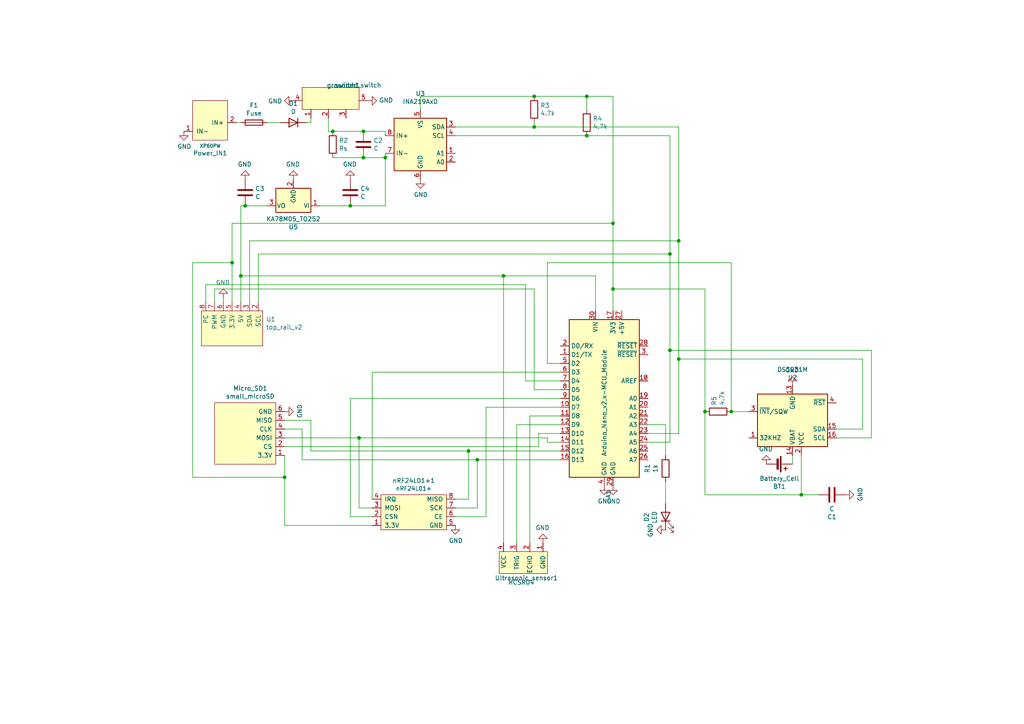
<source format=kicad_sch>
(kicad_sch (version 20231120) (generator "eeschema") (generator_version "8.0")
  (paper "A4")
  (lib_symbols
    (symbol "Device:Battery_Cell" (pin_numbers hide) (pin_names (offset 0) hide)
      (property "Reference" "BT" (at 2.54 2.54 0))
      (property "Value" "Battery_Cell" (at 2.54 0 0))
      (symbol "Battery_Cell_0_1"
        (rectangle (start -2.286 1.778) (end 2.286 1.524) (fill (type outline)))
        (rectangle (start -1.524 1.016) (end 1.524 0.508) (fill (type outline)))
        (polyline (pts (xy 0 0.762) (xy 0 0)))
        (polyline (pts (xy 0 1.778) (xy 0 2.54)))
        (polyline (pts (xy 0.762 3.048) (xy 1.778 3.048)) (stroke (width 0.254)))
        (polyline (pts (xy 1.27 3.556) (xy 1.27 2.54)) (stroke (width 0.254)))
      )
      (symbol "Battery_Cell_1_1"
        (pin passive line (at 0 5.08 270) (length 2.54) (name "+") (number "1"))
        (pin passive line (at 0 -2.54 90) (length 2.54) (name "-") (number "2"))
      )
    )
    (symbol "Device:C" (pin_numbers hide) (pin_names (offset 0.254))
      (property "Reference" "C" (at 0.635 2.54 0))
      (property "Value" "C" (at 0.635 -2.54 0))
      (symbol "C_0_1"
        (polyline (pts (xy -2.032 -0.762) (xy 2.032 -0.762)) (stroke (width 0.508)))
        (polyline (pts (xy -2.032 0.762) (xy 2.032 0.762)) (stroke (width 0.508)))
      )
      (symbol "C_1_1"
        (pin passive line (at 0 3.81 270) (length 2.794) (name "~") (number "1"))
        (pin passive line (at 0 -3.81 90) (length 2.794) (name "~") (number "2"))
      )
    )
    (symbol "Device:D" (pin_numbers hide) (pin_names (offset 1.016) hide)
      (property "Reference" "D" (at 0 2.54 0))
      (property "Value" "D" (at 0 -2.54 0))
      (symbol "D_0_1"
        (polyline (pts (xy -1.27 1.27) (xy -1.27 -1.27)) (stroke (width 0.254)))
        (polyline (pts (xy 1.27 0) (xy -1.27 0)))
        (polyline (pts (xy 1.27 1.27) (xy 1.27 -1.27) (xy -1.27 0) (xy 1.27 1.27)) (stroke (width 0.254)))
      )
      (symbol "D_1_1"
        (pin passive line (at -3.81 0 0) (length 2.54) (name "K") (number "1"))
        (pin passive line (at 3.81 0 180) (length 2.54) (name "A") (number "2"))
      )
    )
    (symbol "Device:Fuse" (pin_numbers hide) (pin_names (offset 0))
      (property "Reference" "F" (at 2.032 0 90))
      (property "Value" "Fuse" (at -1.905 0 90))
      (symbol "Fuse_0_1"
        (rectangle (start -0.762 -2.54) (end 0.762 2.54) (stroke (width 0.254)))
        (polyline (pts (xy 0 2.54) (xy 0 -2.54)))
      )
      (symbol "Fuse_1_1"
        (pin passive line (at 0 3.81 270) (length 1.27) (name "~") (number "1"))
        (pin passive line (at 0 -3.81 90) (length 1.27) (name "~") (number "2"))
      )
    )
    (symbol "Device:LED" (pin_numbers hide) (pin_names (offset 1.016) hide)
      (property "Reference" "D" (at 0 2.54 0))
      (property "Value" "LED" (at 0 -2.54 0))
      (symbol "LED_0_1"
        (polyline (pts (xy -1.27 -1.27) (xy -1.27 1.27)) (stroke (width 0.254)))
        (polyline (pts (xy -1.27 0) (xy 1.27 0)))
        (polyline (pts (xy 1.27 -1.27) (xy 1.27 1.27) (xy -1.27 0) (xy 1.27 -1.27)) (stroke (width 0.254)))
        (polyline (pts (xy -3.048 -0.762) (xy -4.572 -2.286) (xy -3.81 -2.286) (xy -4.572 -2.286) (xy -4.572 -1.524)))
        (polyline (pts (xy -1.778 -0.762) (xy -3.302 -2.286) (xy -2.54 -2.286) (xy -3.302 -2.286) (xy -3.302 -1.524)))
      )
      (symbol "LED_1_1"
        (pin passive line (at -3.81 0 0) (length 2.54) (name "K") (number "1"))
        (pin passive line (at 3.81 0 180) (length 2.54) (name "A") (number "2"))
      )
    )
    (symbol "Device:R" (pin_numbers hide) (pin_names (offset 0))
      (property "Reference" "R" (at 2.032 0 90))
      (property "Value" "R" (at 0 0 90))
      (symbol "R_0_1"
        (rectangle (start -1.016 -2.54) (end 1.016 2.54) (stroke (width 0.254)))
      )
      (symbol "R_1_1"
        (pin passive line (at 0 3.81 270) (length 1.27) (name "~") (number "1"))
        (pin passive line (at 0 -3.81 90) (length 1.27) (name "~") (number "2"))
      )
    )
    (symbol "Regulator_Linear:KA78M05_TO252" (pin_names (offset 0.254))
      (property "Reference" "U" (at -3.81 3.175 0))
      (property "Value" "KA78M05_TO252" (at 0 3.175 0))
      (symbol "KA78M05_TO252_0_1"
        (rectangle (start -5.08 1.905) (end 5.08 -5.08) (stroke (width 0.254)) (fill (type background)))
      )
      (symbol "KA78M05_TO252_1_1"
        (pin power_in line (at -7.62 0 0) (length 2.54) (name "VI") (number "1"))
        (pin power_in line (at 0 -7.62 90) (length 2.54) (name "GND") (number "2"))
        (pin power_out line (at 7.62 0 180) (length 2.54) (name "VO") (number "3"))
      )
    )
    (symbol "Timer_RTC:DS3231M"
      (property "Reference" "U" (at -7.62 8.89 0))
      (property "Value" "DS3231M" (at 10.16 8.89 0))
      (symbol "DS3231M_0_1"
        (rectangle (start -10.16 7.62) (end 10.16 -7.62) (stroke (width 0.254)) (fill (type background)))
      )
      (symbol "DS3231M_1_1"
        (pin open_collector line (at 12.7 5.08 180) (length 2.54) (name "32KHZ") (number "1"))
        (pin passive line (at 0 -10.16 90) (length 2.54) hide (name "GND") (number "10"))
        (pin passive line (at 0 -10.16 90) (length 2.54) hide (name "GND") (number "11"))
        (pin passive line (at 0 -10.16 90) (length 2.54) hide (name "GND") (number "12"))
        (pin power_in line (at 0 -10.16 90) (length 2.54) (name "GND") (number "13"))
        (pin power_in line (at 0 10.16 270) (length 2.54) (name "VBAT") (number "14"))
        (pin bidirectional line (at -12.7 2.54 0) (length 2.54) (name "SDA") (number "15"))
        (pin input line (at -12.7 5.08 0) (length 2.54) (name "SCL") (number "16"))
        (pin power_in line (at -2.54 10.16 270) (length 2.54) (name "VCC") (number "2"))
        (pin open_collector line (at 12.7 -2.54 180) (length 2.54) (name "~{INT}/SQW") (number "3"))
        (pin bidirectional line (at -12.7 -5.08 0) (length 2.54) (name "~{RST}") (number "4"))
        (pin passive line (at 0 -10.16 90) (length 2.54) hide (name "GND") (number "5"))
        (pin passive line (at 0 -10.16 90) (length 2.54) hide (name "GND") (number "6"))
        (pin passive line (at 0 -10.16 90) (length 2.54) hide (name "GND") (number "7"))
        (pin passive line (at 0 -10.16 90) (length 2.54) hide (name "GND") (number "8"))
        (pin passive line (at 0 -10.16 90) (length 2.54) hide (name "GND") (number "9"))
      )
    )
    (symbol "main_board-rescue:Arduino_Nano_v2.x-MCU_Module-whs5-rescue-ARTS-Lab"
      (property "Reference" "A" (at -10.16 23.495 0))
      (property "Value" "ARTS-Lab_Arduino_Nano_v2.x-MCU_Module-whs5-rescue" (at 5.08 -24.13 0))
      (symbol "Arduino_Nano_v2.x-MCU_Module-whs5-rescue-ARTS-Lab_0_1"
        (rectangle (start -10.16 22.86) (end 10.16 -22.86) (stroke (width 0.254)) (fill (type background)))
      )
      (symbol "Arduino_Nano_v2.x-MCU_Module-whs5-rescue-ARTS-Lab_1_1"
        (pin bidirectional line (at -12.7 12.7 0) (length 2.54) (name "D1/TX") (number "1"))
        (pin bidirectional line (at -12.7 -2.54 0) (length 2.54) (name "D7") (number "10"))
        (pin bidirectional line (at -12.7 -5.08 0) (length 2.54) (name "D8") (number "11"))
        (pin bidirectional line (at -12.7 -7.62 0) (length 2.54) (name "D9") (number "12"))
        (pin bidirectional line (at -12.7 -10.16 0) (length 2.54) (name "D10") (number "13"))
        (pin bidirectional line (at -12.7 -12.7 0) (length 2.54) (name "D11") (number "14"))
        (pin bidirectional line (at -12.7 -15.24 0) (length 2.54) (name "D12") (number "15"))
        (pin bidirectional line (at -12.7 -17.78 0) (length 2.54) (name "D13") (number "16"))
        (pin power_out line (at 2.54 25.4 270) (length 2.54) (name "3V3") (number "17"))
        (pin input line (at 12.7 5.08 180) (length 2.54) (name "AREF") (number "18"))
        (pin bidirectional line (at 12.7 0 180) (length 2.54) (name "A0") (number "19"))
        (pin bidirectional line (at -12.7 15.24 0) (length 2.54) (name "D0/RX") (number "2"))
        (pin bidirectional line (at 12.7 -2.54 180) (length 2.54) (name "A1") (number "20"))
        (pin bidirectional line (at 12.7 -5.08 180) (length 2.54) (name "A2") (number "21"))
        (pin bidirectional line (at 12.7 -7.62 180) (length 2.54) (name "A3") (number "22"))
        (pin bidirectional line (at 12.7 -10.16 180) (length 2.54) (name "A4") (number "23"))
        (pin bidirectional line (at 12.7 -12.7 180) (length 2.54) (name "A5") (number "24"))
        (pin bidirectional line (at 12.7 -15.24 180) (length 2.54) (name "A6") (number "25"))
        (pin bidirectional line (at 12.7 -17.78 180) (length 2.54) (name "A7") (number "26"))
        (pin power_out line (at 5.08 25.4 270) (length 2.54) (name "+5V") (number "27"))
        (pin input line (at 12.7 15.24 180) (length 2.54) (name "~{RESET}") (number "28"))
        (pin power_in line (at 2.54 -25.4 90) (length 2.54) (name "GND") (number "29"))
        (pin input line (at 12.7 12.7 180) (length 2.54) (name "~{RESET}") (number "3"))
        (pin power_in line (at -2.54 25.4 270) (length 2.54) (name "VIN") (number "30"))
        (pin power_in line (at 0 -25.4 90) (length 2.54) (name "GND") (number "4"))
        (pin bidirectional line (at -12.7 10.16 0) (length 2.54) (name "D2") (number "5"))
        (pin bidirectional line (at -12.7 7.62 0) (length 2.54) (name "D3") (number "6"))
        (pin bidirectional line (at -12.7 5.08 0) (length 2.54) (name "D4") (number "7"))
        (pin bidirectional line (at -12.7 2.54 0) (length 2.54) (name "D5") (number "8"))
        (pin bidirectional line (at -12.7 0 0) (length 2.54) (name "D6") (number "9"))
      )
    )
    (symbol "main_board-rescue:GND-power" (power) (pin_names (offset 0))
      (property "Value" "power_GND" (at 0 -3.81 0))
      (symbol "GND-power_0_1"
        (polyline (pts (xy 0 0) (xy 0 -1.27) (xy 1.27 -1.27) (xy 0 -2.54) (xy -1.27 -1.27) (xy 0 -1.27)))
      )
      (symbol "GND-power_1_1"
        (pin power_in line (at 0 0 270) (length 0) hide (name "GND") (number "1"))
      )
    )
    (symbol "main_board-rescue:HCSR04-whs5-rescue-whs5-rescue" (pin_names (offset 1.016))
      (property "Reference" "Ultrasonic_sensor" (at 0 2.54 0))
      (property "Value" "HCSR04-whs5-rescue-whs5-rescue" (at 0 3.81 0))
      (symbol "HCSR04-whs5-rescue-whs5-rescue_0_1"
        (rectangle (start -7.62 1.27) (end 6.35 -5.08) (fill (type background)))
      )
      (symbol "HCSR04-whs5-rescue-whs5-rescue_1_1"
        (pin passive line (at -6.35 -7.62 90) (length 2.54) (name "GND") (number "1"))
        (pin passive line (at -2.54 -7.62 90) (length 2.54) (name "ECHO") (number "2"))
        (pin passive line (at 1.27 -7.62 90) (length 2.54) (name "TRIG") (number "3"))
        (pin passive line (at 5.08 -7.62 90) (length 2.54) (name "VCC") (number "4"))
      )
    )
    (symbol "main_board-rescue:INA219AxD-Analog_ADC"
      (property "Reference" "U" (at -6.35 8.89 0))
      (property "Value" "Analog_ADC_INA219AxD" (at 5.08 8.89 0))
      (symbol "INA219AxD-Analog_ADC_0_1"
        (rectangle (start -7.62 7.62) (end 7.62 -7.62) (stroke (width 0.254)) (fill (type background)))
      )
      (symbol "INA219AxD-Analog_ADC_1_1"
        (pin input line (at 10.16 -2.54 180) (length 2.54) (name "A1") (number "1"))
        (pin input line (at 10.16 -5.08 180) (length 2.54) (name "A0") (number "2"))
        (pin bidirectional line (at 10.16 5.08 180) (length 2.54) (name "SDA") (number "3"))
        (pin input line (at 10.16 2.54 180) (length 2.54) (name "SCL") (number "4"))
        (pin power_in line (at 0 10.16 270) (length 2.54) (name "VS") (number "5"))
        (pin power_in line (at 0 -10.16 90) (length 2.54) (name "GND") (number "6"))
        (pin input line (at -10.16 -2.54 0) (length 2.54) (name "IN-") (number "7"))
        (pin input line (at -10.16 2.54 0) (length 2.54) (name "IN+") (number "8"))
      )
    )
    (symbol "main_board-rescue:XP60PW-whs5-rescue-whs5-rescue" (pin_names (offset 1.016))
      (property "Reference" "U" (at 0 2.54 0))
      (property "Value" "XP60PW-whs5-rescue-whs5-rescue" (at 0 -7.62 0))
      (symbol "XP60PW-whs5-rescue-whs5-rescue_0_1"
        (rectangle (start -5.08 0) (end 5.08 -11.43) (fill (type background)))
      )
      (symbol "XP60PW-whs5-rescue-whs5-rescue_1_1"
        (pin power_in line (at 7.62 -2.54 180) (length 2.54) (name "IN-") (number "1"))
        (pin power_in line (at -7.62 -5.08 0) (length 2.54) (name "IN+") (number "2"))
      )
    )
    (symbol "main_board-rescue:grounded_switch-whs5-rescue-whs5-rescue" (pin_names (offset 1.016))
      (property "Reference" "switch" (at 0 -2.54 0))
      (property "Value" "grounded_switch-whs5-rescue-whs5-rescue" (at 0 3.81 0))
      (symbol "grounded_switch-whs5-rescue-whs5-rescue_0_1"
        (rectangle (start -7.62 0) (end 8.89 -6.35) (fill (type background)))
      )
      (symbol "grounded_switch-whs5-rescue-whs5-rescue_1_1"
        (pin input line (at -5.08 -8.89 90) (length 2.54) (name "~") (number "1"))
        (pin input line (at 0 -8.89 90) (length 2.54) (name "~") (number "2"))
        (pin input line (at 5.08 -8.89 90) (length 2.54) (name "~") (number "3"))
        (pin input line (at -10.16 -3.81 0) (length 2.54) (name "~") (number "4"))
        (pin input line (at 11.43 -3.81 180) (length 2.54) (name "~") (number "5"))
      )
    )
    (symbol "main_board-rescue:nRF24L01+-custom-whs5-rescue-whs5-rescue" (pin_names (offset 1.016))
      (property "Reference" "U" (at 0 -12.7 0))
      (property "Value" "nRF24L01+-custom-whs5-rescue-whs5-rescue" (at 1.27 -10.16 0))
      (symbol "nRF24L01+-custom-whs5-rescue-whs5-rescue_0_1"
        (rectangle (start -3.81 0) (end 6.35 -19.05) (fill (type background)))
      )
      (symbol "nRF24L01+-custom-whs5-rescue-whs5-rescue_1_1"
        (pin input line (at -2.54 2.54 270) (length 2.54) (name "3.3V") (number "1"))
        (pin input line (at 0 2.54 270) (length 2.54) (name "CSN") (number "2"))
        (pin input line (at 2.54 2.54 270) (length 2.54) (name "MOSI") (number "3"))
        (pin input line (at 5.08 2.54 270) (length 2.54) (name "IRQ") (number "4"))
        (pin input line (at -2.54 -21.59 90) (length 2.54) (name "GND") (number "5"))
        (pin input line (at 0 -21.59 90) (length 2.54) (name "CE") (number "6"))
        (pin input line (at 2.54 -21.59 90) (length 2.54) (name "SCK") (number "7"))
        (pin input line (at 5.08 -21.59 90) (length 2.54) (name "MISO") (number "8"))
      )
    )
    (symbol "main_board-rescue:small_microSD-whs5-rescue" (pin_names (offset 1.016))
      (property "Reference" "Micro_SD" (at 0 -7.62 0))
      (property "Value" "small_microSD-whs5-rescue" (at 0 -3.81 0))
      (symbol "small_microSD-whs5-rescue_0_1"
        (polyline (pts (xy -8.89 -11.43) (xy -8.89 -17.78) (xy 8.89 -17.78) (xy 8.89 -11.43)) (fill (type background)))
        (polyline (pts (xy -8.89 -11.43) (xy -8.89 0) (xy 8.89 0) (xy 8.89 -11.43)) (fill (type background)))
      )
      (symbol "small_microSD-whs5-rescue_1_1"
        (pin input line (at -6.35 -20.32 90) (length 2.54) (name "3.3V") (number "1"))
        (pin input line (at -3.81 -20.32 90) (length 2.54) (name "CS") (number "2"))
        (pin input line (at -1.27 -20.32 90) (length 2.54) (name "MOSI") (number "3"))
        (pin input line (at 1.27 -20.32 90) (length 2.54) (name "CLK") (number "4"))
        (pin input line (at 3.81 -20.32 90) (length 2.54) (name "MISO") (number "5"))
        (pin input line (at 6.35 -20.32 90) (length 2.54) (name "GND") (number "6"))
      )
    )
    (symbol "main_board-rescue:top_rail_v2-ARTS-Lab" (pin_names (offset 1.016))
      (property "Reference" "U" (at -1.27 7.62 0))
      (property "Value" "ARTS-Lab_top_rail_v2" (at -1.27 8.89 0))
      (symbol "top_rail_v2-ARTS-Lab_0_1"
        (rectangle (start -7.62 -3.81) (end 10.16 6.35) (fill (type background)))
      )
      (symbol "top_rail_v2-ARTS-Lab_1_1"
        (pin input line (at -6.35 -6.35 90) (length 2.54) (name "SCL") (number "2"))
        (pin input line (at -3.81 -6.35 90) (length 2.54) (name "SDA") (number "3"))
        (pin input line (at -1.27 -6.35 90) (length 2.54) (name "5V") (number "4"))
        (pin input line (at 1.27 -6.35 90) (length 2.54) (name "3.3V") (number "5"))
        (pin input line (at 3.81 -6.35 90) (length 2.54) (name "GND") (number "6"))
        (pin input line (at 6.35 -6.35 90) (length 2.54) (name "PWM") (number "7"))
        (pin input line (at 8.89 -6.35 90) (length 2.54) (name "PC") (number "8"))
      )
    )
  )
  (junction (at 111.76 45.72))
  (junction (at 104.14 127))
  (junction (at 146.05 80.01))
  (junction (at 204.47 119.38))
  (junction (at 101.6 59.69))
  (junction (at 170.18 27.94))
  (junction (at 138.43 133.35))
  (junction (at 154.94 36.83))
  (junction (at 105.41 45.72))
  (junction (at 196.85 104.14))
  (junction (at 69.85 80.01))
  (junction (at 135.89 130.81))
  (junction (at 82.55 138.43))
  (junction (at 194.31 73.66))
  (junction (at 177.8 83.82))
  (junction (at 194.31 101.6))
  (junction (at 154.94 27.94))
  (junction (at 177.8 64.77))
  (junction (at 96.52 38.1))
  (junction (at 71.12 59.69))
  (junction (at 232.41 143.51))
  (junction (at 196.85 69.85))
  (junction (at 170.18 39.37))
  (junction (at 212.09 119.38))
  (junction (at 67.31 76.2))
  (junction (at 105.41 38.1))
  (wire (pts (xy 90.17 130.81) (xy 135.89 130.81)))
  (wire (pts (xy 62.23 83.82) (xy 62.23 87.63)))
  (wire (pts (xy 158.75 76.2) (xy 158.75 105.41)))
  (wire (pts (xy 204.47 143.51) (xy 232.41 143.51)))
  (wire (pts (xy 177.8 83.82) (xy 204.47 83.82)))
  (wire (pts (xy 121.92 31.75) (xy 121.92 27.94)))
  (wire (pts (xy 154.94 36.83) (xy 196.85 36.83)))
  (wire (pts (xy 140.97 118.11) (xy 162.56 118.11)))
  (wire (pts (xy 229.87 132.08) (xy 229.87 134.62)))
  (wire (pts (xy 212.09 119.38) (xy 212.09 76.2)))
  (wire (pts (xy 135.89 130.81) (xy 162.56 130.81)))
  (wire (pts (xy 82.55 132.08) (xy 82.55 138.43)))
  (wire (pts (xy 59.69 82.55) (xy 152.4 82.55)))
  (wire (pts (xy 96.52 45.72) (xy 105.41 45.72)))
  (wire (pts (xy 95.25 34.29) (xy 95.25 38.1)))
  (wire (pts (xy 132.08 144.78) (xy 135.89 144.78)))
  (wire (pts (xy 177.8 27.94) (xy 177.8 64.77)))
  (wire (pts (xy 67.31 87.63) (xy 67.31 76.2)))
  (wire (pts (xy 69.85 80.01) (xy 146.05 80.01)))
  (wire (pts (xy 107.95 147.32) (xy 104.14 147.32)))
  (wire (pts (xy 140.97 149.86) (xy 140.97 118.11)))
  (wire (pts (xy 105.41 45.72) (xy 111.76 45.72)))
  (wire (pts (xy 152.4 82.55) (xy 152.4 110.49)))
  (wire (pts (xy 107.95 152.4) (xy 82.55 152.4)))
  (wire (pts (xy 162.56 120.65) (xy 153.67 120.65)))
  (wire (pts (xy 62.23 83.82) (xy 154.94 83.82)))
  (wire (pts (xy 67.31 64.77) (xy 67.31 76.2)))
  (wire (pts (xy 55.88 138.43) (xy 82.55 138.43)))
  (wire (pts (xy 194.31 73.66) (xy 194.31 101.6)))
  (wire (pts (xy 162.56 133.35) (xy 138.43 133.35)))
  (wire (pts (xy 146.05 80.01) (xy 146.05 157.48)))
  (wire (pts (xy 187.96 123.19) (xy 193.04 123.19)))
  (wire (pts (xy 232.41 143.51) (xy 232.41 132.08)))
  (wire (pts (xy 162.56 123.19) (xy 149.86 123.19)))
  (wire (pts (xy 170.18 39.37) (xy 194.31 39.37)))
  (wire (pts (xy 107.95 149.86) (xy 101.6 149.86)))
  (wire (pts (xy 232.41 143.51) (xy 237.49 143.51)))
  (wire (pts (xy 212.09 76.2) (xy 158.75 76.2)))
  (wire (pts (xy 187.96 125.73) (xy 196.85 125.73)))
  (wire (pts (xy 68.58 35.56) (xy 69.85 35.56)))
  (wire (pts (xy 82.55 121.92) (xy 90.17 121.92)))
  (wire (pts (xy 82.55 127) (xy 104.14 127)))
  (wire (pts (xy 55.88 76.2) (xy 67.31 76.2)))
  (wire (pts (xy 194.31 101.6) (xy 194.31 128.27)))
  (wire (pts (xy 111.76 45.72) (xy 111.76 59.69)))
  (wire (pts (xy 71.12 59.69) (xy 77.47 59.69)))
  (wire (pts (xy 212.09 119.38) (xy 217.17 119.38)))
  (wire (pts (xy 74.93 73.66) (xy 74.93 87.63)))
  (wire (pts (xy 82.55 152.4) (xy 82.55 138.43)))
  (wire (pts (xy 194.31 128.27) (xy 187.96 128.27)))
  (wire (pts (xy 193.04 123.19) (xy 193.04 132.08)))
  (wire (pts (xy 154.94 83.82) (xy 154.94 113.03)))
  (wire (pts (xy 87.63 124.46) (xy 82.55 124.46)))
  (wire (pts (xy 158.75 127) (xy 158.75 128.27)))
  (wire (pts (xy 242.57 124.46) (xy 250.19 124.46)))
  (wire (pts (xy 67.31 64.77) (xy 177.8 64.77)))
  (wire (pts (xy 132.08 147.32) (xy 138.43 147.32)))
  (wire (pts (xy 104.14 127) (xy 158.75 127)))
  (wire (pts (xy 154.94 113.03) (xy 162.56 113.03)))
  (wire (pts (xy 121.92 27.94) (xy 154.94 27.94)))
  (wire (pts (xy 154.94 35.56) (xy 154.94 36.83)))
  (wire (pts (xy 138.43 147.32) (xy 138.43 133.35)))
  (wire (pts (xy 156.21 125.73) (xy 162.56 125.73)))
  (wire (pts (xy 154.94 27.94) (xy 170.18 27.94)))
  (wire (pts (xy 170.18 31.75) (xy 170.18 27.94)))
  (wire (pts (xy 250.19 104.14) (xy 196.85 104.14)))
  (wire (pts (xy 204.47 83.82) (xy 204.47 119.38)))
  (wire (pts (xy 138.43 133.35) (xy 87.63 133.35)))
  (wire (pts (xy 196.85 125.73) (xy 196.85 104.14)))
  (wire (pts (xy 152.4 110.49) (xy 162.56 110.49)))
  (wire (pts (xy 158.75 128.27) (xy 162.56 128.27)))
  (wire (pts (xy 193.04 146.05) (xy 193.04 139.7)))
  (wire (pts (xy 252.73 127) (xy 252.73 101.6)))
  (wire (pts (xy 252.73 101.6) (xy 194.31 101.6)))
  (wire (pts (xy 87.63 133.35) (xy 87.63 124.46)))
  (wire (pts (xy 72.39 69.85) (xy 72.39 87.63)))
  (wire (pts (xy 149.86 123.19) (xy 149.86 157.48)))
  (wire (pts (xy 96.52 38.1) (xy 105.41 38.1)))
  (wire (pts (xy 177.8 64.77) (xy 177.8 83.82)))
  (wire (pts (xy 158.75 105.41) (xy 162.56 105.41)))
  (wire (pts (xy 111.76 38.1) (xy 111.76 39.37)))
  (wire (pts (xy 69.85 80.01) (xy 69.85 87.63)))
  (wire (pts (xy 194.31 39.37) (xy 194.31 73.66)))
  (wire (pts (xy 204.47 119.38) (xy 204.47 143.51)))
  (wire (pts (xy 101.6 115.57) (xy 162.56 115.57)))
  (wire (pts (xy 156.21 129.54) (xy 156.21 125.73)))
  (wire (pts (xy 105.41 38.1) (xy 111.76 38.1)))
  (wire (pts (xy 90.17 121.92) (xy 90.17 130.81)))
  (wire (pts (xy 104.14 147.32) (xy 104.14 127)))
  (wire (pts (xy 77.47 35.56) (xy 81.28 35.56)))
  (wire (pts (xy 250.19 124.46) (xy 250.19 104.14)))
  (wire (pts (xy 107.95 107.95) (xy 162.56 107.95)))
  (wire (pts (xy 196.85 104.14) (xy 196.85 69.85)))
  (wire (pts (xy 172.72 80.01) (xy 172.72 90.17)))
  (wire (pts (xy 107.95 144.78) (xy 107.95 107.95)))
  (wire (pts (xy 88.9 35.56) (xy 90.17 35.56)))
  (wire (pts (xy 95.25 38.1) (xy 96.52 38.1)))
  (wire (pts (xy 90.17 35.56) (xy 90.17 34.29)))
  (wire (pts (xy 82.55 129.54) (xy 156.21 129.54)))
  (wire (pts (xy 170.18 27.94) (xy 177.8 27.94)))
  (wire (pts (xy 111.76 44.45) (xy 111.76 45.72)))
  (wire (pts (xy 153.67 120.65) (xy 153.67 157.48)))
  (wire (pts (xy 69.85 80.01) (xy 69.85 59.69)))
  (wire (pts (xy 69.85 59.69) (xy 71.12 59.69)))
  (wire (pts (xy 132.08 36.83) (xy 154.94 36.83)))
  (wire (pts (xy 101.6 59.69) (xy 111.76 59.69)))
  (wire (pts (xy 55.88 76.2) (xy 55.88 138.43)))
  (wire (pts (xy 132.08 39.37) (xy 170.18 39.37)))
  (wire (pts (xy 92.71 59.69) (xy 101.6 59.69)))
  (wire (pts (xy 146.05 80.01) (xy 172.72 80.01)))
  (wire (pts (xy 177.8 83.82) (xy 177.8 90.17)))
  (wire (pts (xy 242.57 127) (xy 252.73 127)))
  (wire (pts (xy 196.85 69.85) (xy 196.85 36.83)))
  (wire (pts (xy 132.08 149.86) (xy 140.97 149.86)))
  (wire (pts (xy 59.69 82.55) (xy 59.69 87.63)))
  (wire (pts (xy 64.77 87.63) (xy 64.77 86.36)))
  (wire (pts (xy 101.6 149.86) (xy 101.6 115.57)))
  (wire (pts (xy 72.39 69.85) (xy 196.85 69.85)))
  (wire (pts (xy 74.93 73.66) (xy 194.31 73.66)))
  (wire (pts (xy 135.89 144.78) (xy 135.89 130.81)))
  (symbol (lib_id "main_board-rescue:nRF24L01+-custom-whs5-rescue-whs5-rescue") (at 110.49 149.86 90) (unit 1)
    (property "Reference" "nRF24L01+1" (at 120.015 139.4206 90))
    (property "Value" "nRF24L01+" (at 120.015 141.6812 90) (effects (font (size 1.1938 1.1938))))
    (property "Footprint" "ARTS-Lab:nRF24L01+" (effects (hide yes)))
  )
  (symbol (lib_id "main_board-rescue:XP60PW-whs5-rescue-whs5-rescue") (at 60.96 40.64 180) (unit 1)
    (property "Reference" "Power_IN1" (at 60.96 44.4246 0))
    (property "Value" "XP60PW" (at 60.96 42.3164 0) (effects (font (size 0.9906 0.9906))))
    (property "Footprint" "ARTS-Lab:XT60PW" (effects (hide yes)))
  )
  (symbol (lib_id "main_board-rescue:HCSR04-whs5-rescue-whs5-rescue") (at 151.13 165.1 180) (unit 1)
    (property "Reference" "Ultrasonic_sensor1" (at 143.51 167.64 0) (effects (justify right)))
    (property "Value" "HCSR04" (at 147.32 168.91 0) (effects (justify right)))
    (property "Footprint" "ARTS-Lab:HCSR04" (effects (hide yes)))
  )
  (symbol (lib_id "main_board-rescue:grounded_switch-whs5-rescue-whs5-rescue") (at 95.25 25.4 0) (unit 1)
    (property "Reference" "switch1" (at 97.0534 24.7142 0) (effects (justify left)))
    (property "Value" "grounded_switch" (at 94.742 24.7142 0) (effects (justify left)))
    (property "Footprint" "ARTS-Lab:grounded_switch" (effects (hide yes)))
  )
  (symbol (lib_id "main_board-rescue:small_microSD-whs5-rescue") (at 62.23 125.73 90) (unit 1)
    (property "Reference" "Micro_SD1" (at 72.5932 112.649 90))
    (property "Value" "small_microSD" (at 72.5932 114.9604 90))
    (property "Footprint" "ARTS-Lab:small_microSD_v2" (effects (hide yes)))
  )
  (symbol (lib_id "Device:Fuse") (at 73.66 35.56 270) (unit 1)
    (property "Reference" "F1" (at 73.66 30.5562 90))
    (property "Value" "Fuse" (at 73.66 32.8676 90))
    (property "Footprint" "Resistor_SMD:R_0603_1608Metric_Pad1.05x0.95mm_HandSolder" (effects (hide yes)))
  )
  (symbol (lib_id "Timer_RTC:DS3231M") (at 229.87 121.92 180) (unit 1)
    (property "Reference" "U2" (at 229.87 109.4994 0))
    (property "Value" "DS3231M" (at 229.87 107.188 0))
    (property "Footprint" "Package_SO:SOIC-16W_7.5x10.3mm_P1.27mm" (effects (hide yes)))
    (property "Datasheet" "http://datasheets.maximintegrated.com/en/ds/DS3231.pdf" (effects (hide yes)))
  )
  (symbol (lib_id "Device:R") (at 208.28 119.38 270) (unit 1)
    (property "Reference" "R5" (at 207.1116 117.602 0) (effects (justify right)))
    (property "Value" "4.7k" (at 209.423 117.602 0) (effects (justify right)))
    (property "Footprint" "Resistor_SMD:R_1206_3216Metric_Pad1.42x1.75mm_HandSolder" (effects (hide yes)))
  )
  (symbol (lib_id "main_board-rescue:GND-power") (at 229.87 111.76 180) (unit 1)
    (property "Reference" "#PWR011" (effects (hide yes)))
    (property "Value" "GND" (at 229.743 107.3658 0))
  )
  (symbol (lib_id "Device:Battery_Cell") (at 224.79 134.62 270) (unit 1)
    (property "Reference" "BT1" (at 226.06 141.097 90))
    (property "Value" "Battery_Cell" (at 226.06 138.7856 90))
    (property "Footprint" "ARTS-Lab:battery_holder_10mm" (effects (hide yes)))
  )
  (symbol (lib_id "main_board-rescue:GND-power") (at 222.25 134.62 180) (unit 1)
    (property "Reference" "#PWR012" (effects (hide yes)))
    (property "Value" "GND" (at 222.123 130.2258 0))
  )
  (symbol (lib_id "main_board-rescue:GND-power") (at 245.11 143.51 90) (unit 1)
    (property "Reference" "#PWR0105" (effects (hide yes)))
    (property "Value" "GND" (at 249.5042 143.383 0))
  )
  (symbol (lib_id "Device:C") (at 241.3 143.51 90) (unit 1)
    (property "Reference" "C1" (at 241.3 149.9108 90))
    (property "Value" "C" (at 241.3 147.5994 90))
    (property "Footprint" "Capacitor_SMD:C_1206_3216Metric_Pad1.42x1.75mm_HandSolder" (effects (hide yes)))
  )
  (symbol (lib_id "Regulator_Linear:KA78M05_TO252") (at 85.09 59.69 180) (unit 1)
    (property "Reference" "U5" (at 85.09 65.8368 0))
    (property "Value" "KA78M05_TO252" (at 85.09 63.5254 0))
    (property "Footprint" "Package_TO_SOT_SMD:SOT-223-3_TabPin2" (effects (hide yes)))
    (property "Datasheet" "http://www.fairchildsemi.com/ds/LM/LM78M05.pdf" (effects (hide yes)))
  )
  (symbol (lib_id "main_board-rescue:INA219AxD-Analog_ADC") (at 121.92 41.91 0) (unit 1)
    (property "Reference" "U3" (at 121.92 27.1526 0))
    (property "Value" "INA219AxD" (at 121.92 29.464 0))
    (property "Footprint" "Package_SO:SOIC-8_3.9x4.9mm_P1.27mm" (effects (hide yes)))
    (property "Datasheet" "http://www.ti.com/lit/ds/symlink/ina219.pdf" (effects (hide yes)))
  )
  (symbol (lib_id "main_board-rescue:Arduino_Nano_v2.x-MCU_Module-whs5-rescue-ARTS-Lab") (at 175.26 115.57 0) (unit 1)
    (property "Reference" "A1" (at 176.4284 142.0876 90) (effects (justify right)))
    (property "Value" "Arduino_Nano_v2.x-MCU_Module" (at 175.26 116.84 90))
    (property "Footprint" "Module:Arduino_Nano" (effects (hide yes)))
  )
  (symbol (lib_id "Device:R") (at 96.52 41.91 0) (unit 1)
    (property "Reference" "R2" (at 98.298 40.7416 0) (effects (justify left)))
    (property "Value" "Rs" (at 98.298 43.053 0) (effects (justify left)))
    (property "Footprint" "Resistor_SMD:R_1206_3216Metric_Pad1.42x1.75mm_HandSolder" (effects (hide yes)))
  )
  (symbol (lib_id "Device:C") (at 105.41 41.91 0) (unit 1)
    (property "Reference" "C2" (at 108.331 40.7416 0) (effects (justify left)))
    (property "Value" "C" (at 108.331 43.053 0) (effects (justify left)))
    (property "Footprint" "Capacitor_SMD:C_1206_3216Metric_Pad1.42x1.75mm_HandSolder" (effects (hide yes)))
  )
  (symbol (lib_id "main_board-rescue:GND-power") (at 53.34 38.1 0) (unit 1)
    (property "Reference" "#PWR01" (effects (hide yes)))
    (property "Value" "GND" (at 53.467 42.4942 0))
  )
  (symbol (lib_id "main_board-rescue:GND-power") (at 121.92 52.07 0) (unit 1)
    (property "Reference" "#PWR06" (effects (hide yes)))
    (property "Value" "GND" (at 122.047 56.4642 0))
  )
  (symbol (lib_id "main_board-rescue:GND-power") (at 106.68 29.21 90) (unit 1)
    (property "Reference" "#PWR05" (effects (hide yes)))
    (property "Value" "GND" (at 109.9312 29.083 90) (effects (justify right)))
  )
  (symbol (lib_id "main_board-rescue:GND-power") (at 85.09 29.21 270) (unit 1)
    (property "Reference" "#PWR03" (effects (hide yes)))
    (property "Value" "GND" (at 81.8388 29.337 90) (effects (justify right)))
  )
  (symbol (lib_id "main_board-rescue:GND-power") (at 85.09 52.07 180) (unit 1)
    (property "Reference" "#PWR04" (effects (hide yes)))
    (property "Value" "GND" (at 84.963 47.6758 0))
  )
  (symbol (lib_id "Device:R") (at 170.18 35.56 0) (unit 1)
    (property "Reference" "R4" (at 171.958 34.3916 0) (effects (justify left)))
    (property "Value" "4.7k" (at 171.958 36.703 0) (effects (justify left)))
    (property "Footprint" "Capacitor_SMD:C_1206_3216Metric_Pad1.42x1.75mm_HandSolder" (effects (hide yes)))
  )
  (symbol (lib_id "Device:R") (at 154.94 31.75 0) (unit 1)
    (property "Reference" "R3" (at 156.718 30.5816 0) (effects (justify left)))
    (property "Value" "4.7k" (at 156.718 32.893 0) (effects (justify left)))
    (property "Footprint" "Capacitor_SMD:C_1206_3216Metric_Pad1.42x1.75mm_HandSolder" (effects (hide yes)))
  )
  (symbol (lib_id "Device:D") (at 85.09 35.56 180) (unit 1)
    (property "Reference" "D1" (at 85.09 30.0482 0))
    (property "Value" "D" (at 85.09 32.3596 0))
    (property "Footprint" "Diode_SMD:D_1206_3216Metric_Pad1.42x1.75mm_HandSolder" (effects (hide yes)))
  )
  (symbol (lib_id "Device:C") (at 101.6 55.88 0) (unit 1)
    (property "Reference" "C4" (at 104.521 54.7116 0) (effects (justify left)))
    (property "Value" "C" (at 104.521 57.023 0) (effects (justify left)))
    (property "Footprint" "Capacitor_SMD:C_1206_3216Metric_Pad1.42x1.75mm_HandSolder" (effects (hide yes)))
  )
  (symbol (lib_id "Device:C") (at 71.12 55.88 0) (unit 1)
    (property "Reference" "C3" (at 74.041 54.7116 0) (effects (justify left)))
    (property "Value" "C" (at 74.041 57.023 0) (effects (justify left)))
    (property "Footprint" "Capacitor_SMD:C_1206_3216Metric_Pad1.42x1.75mm_HandSolder" (effects (hide yes)))
  )
  (symbol (lib_id "main_board-rescue:GND-power") (at 71.12 52.07 180) (unit 1)
    (property "Reference" "#PWR07" (effects (hide yes)))
    (property "Value" "GND" (at 70.993 47.6758 0))
  )
  (symbol (lib_id "main_board-rescue:GND-power") (at 101.6 52.07 180) (unit 1)
    (property "Reference" "#PWR09" (effects (hide yes)))
    (property "Value" "GND" (at 101.473 47.6758 0))
  )
  (symbol (lib_id "main_board-rescue:GND-power") (at 193.04 153.67 270) (unit 1)
    (property "Reference" "#PWR010" (effects (hide yes)))
    (property "Value" "GND" (at 188.6458 153.797 0))
  )
  (symbol (lib_id "main_board-rescue:top_rail_v2-ARTS-Lab") (at 68.58 93.98 180) (unit 1)
    (property "Reference" "U1" (at 77.1652 92.6084 0) (effects (justify right)))
    (property "Value" "top_rail_v2" (at 77.1652 94.9198 0) (effects (justify right)))
    (property "Footprint" "ARTS-Lab:top_rail_v2" (effects (hide yes)))
  )
  (symbol (lib_id "Device:R") (at 193.04 135.89 0) (unit 1)
    (property "Reference" "R1" (at 187.7822 135.89 90))
    (property "Value" "1k" (at 190.0936 135.89 90))
    (property "Footprint" "Capacitor_SMD:C_1206_3216Metric_Pad1.42x1.75mm_HandSolder" (effects (hide yes)))
  )
  (symbol (lib_id "Device:LED") (at 193.04 149.86 90) (unit 1)
    (property "Reference" "D2" (at 187.5282 150.0378 0))
    (property "Value" "LED" (at 189.8396 150.0378 0))
    (property "Footprint" "LED_THT:LED_D3.0mm" (effects (hide yes)))
  )
  (symbol (lib_id "main_board-rescue:GND-power") (at 157.48 157.48 180) (unit 1)
    (property "Reference" "#PWR014" (effects (hide yes)))
    (property "Value" "GND" (at 157.353 153.0858 0))
  )
  (symbol (lib_id "main_board-rescue:GND-power") (at 132.08 152.4 0) (unit 1)
    (property "Reference" "#PWR013" (effects (hide yes)))
    (property "Value" "GND" (at 132.207 156.7942 0))
  )
  (symbol (lib_id "main_board-rescue:GND-power") (at 82.55 119.38 90) (unit 1)
    (property "Reference" "#PWR08" (effects (hide yes)))
    (property "Value" "GND" (at 86.9442 119.253 0))
  )
  (symbol (lib_id "main_board-rescue:GND-power") (at 64.77 86.36 180) (unit 1)
    (property "Reference" "#PWR02" (effects (hide yes)))
    (property "Value" "GND" (at 64.643 81.9658 0))
  )
  (symbol (lib_id "main_board-rescue:GND-power") (at 177.8 140.97 0) (unit 1)
    (property "Reference" "#PWR016" (effects (hide yes)))
    (property "Value" "GND" (at 177.927 145.3642 0))
  )
  (symbol (lib_id "main_board-rescue:GND-power") (at 175.26 140.97 0) (unit 1)
    (property "Reference" "#PWR015" (effects (hide yes)))
    (property "Value" "GND" (at 175.387 145.3642 0))
  )
)
</source>
